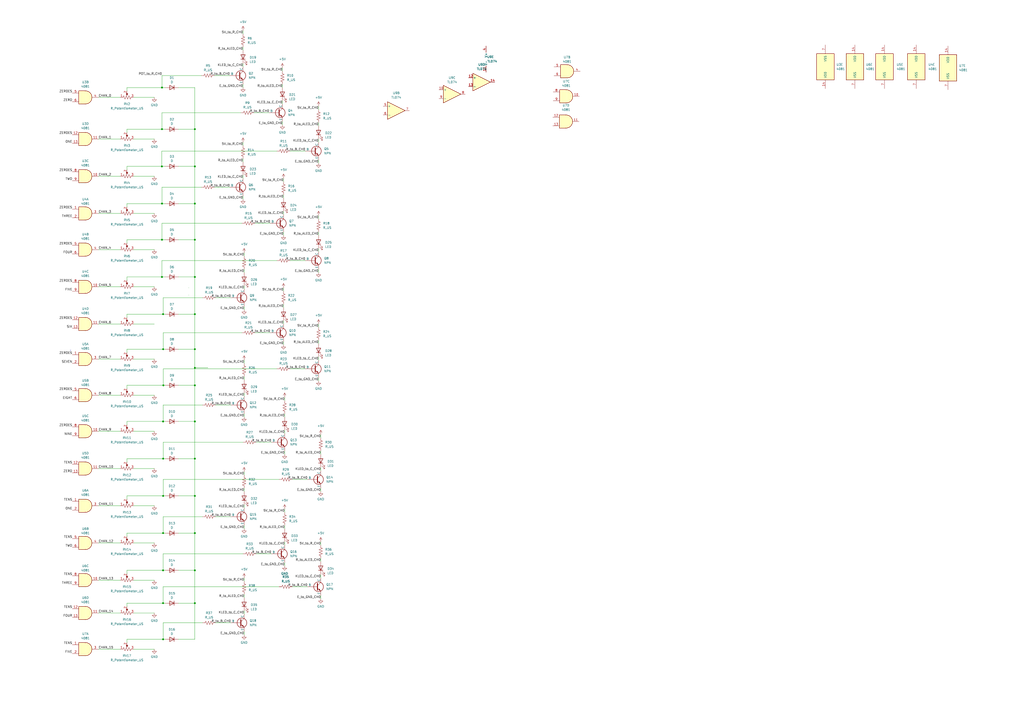
<source format=kicad_sch>
(kicad_sch (version 20230121) (generator eeschema)
  (paper "A2")
  (junction (at 93.98 50.8))
  (junction (at 94.615 309.245))
  (junction (at 94.615 182.245))
  (junction (at -291.6056 176.53))
  (junction (at 113.03 160.655))
  (junction (at 94.5933 330.835))
  (junction (at 113.03 202.565))
  (junction (at 113.03 309.245))
  (junction (at 93.9489 160.655))
  (junction (at 113.03 118.11))
  (junction (at -250.7116 181.61))
  (junction (at 113.03 223.52))
  (junction (at 113.03 349.885))
  (junction (at -377.19 193.04))
  (junction (at 113.03 96.52))
  (junction (at 113.03 287.655))
  (junction (at -368.3 175.26))
  (junction (at -200.025 161.925))
  (junction (at 93.9612 74.93))
  (junction (at -355.0596 193.04))
  (junction (at -250.7116 160.528))
  (junction (at 94.7603 223.52))
  (junction (at 113.03 244.475))
  (junction (at 93.98 118.11))
  (junction (at 93.9612 139.065))
  (junction (at 94.615 370.84))
  (junction (at 113.03 213.36))
  (junction (at -377.19 182.88))
  (junction (at 113.03 74.93))
  (junction (at -285.4047 176.53))
  (junction (at 94.6448 202.565))
  (junction (at 94.615 244.475))
  (junction (at 94.649 266.065))
  (junction (at 93.9055 96.52))
  (junction (at 113.03 139.065))
  (junction (at 94.5933 349.885))
  (junction (at 94.649 287.655))
  (junction (at 113.03 266.065))
  (junction (at 113.03 182.245))
  (junction (at 113.03 330.835))
  (junction (at -252.4896 186.69))
  (no_connect (at -282.2076 181.61))
  (no_connect (at -43.815 179.705))
  (no_connect (at -43.815 182.245))
  (no_connect (at -43.815 184.785))
  (no_connect (at -43.815 169.545))
  (no_connect (at -43.815 172.085))
  (no_connect (at -43.815 177.165))
  (no_connect (at -229.8836 185.42))
  (no_connect (at -274.0796 164.338))
  (no_connect (at -43.815 167.005))
  (no_connect (at -43.815 174.625))
  (wire (pts (xy 147.32 65.405) (xy 156.21 65.405)))
  (wire (pts (xy 165.1 249.555) (xy 165.1 251.46)))
  (wire (pts (xy 165.1 314.325) (xy 165.1 316.23)))
  (wire (pts (xy 93.9612 129.54) (xy 140.335 129.54)))
  (wire (pts (xy 77.47 123.825) (xy 89.535 123.825)))
  (wire (pts (xy 73.66 349.885) (xy 94.5933 349.885)))
  (wire (pts (xy -250.7116 181.61) (xy -233.6936 181.61)))
  (wire (pts (xy -396.494 181.356) (xy -396.494 175.26)))
  (wire (pts (xy 140.97 92.075) (xy 140.97 93.98)))
  (wire (pts (xy 73.66 98.425) (xy 73.66 96.52)))
  (wire (pts (xy -56.515 149.225) (xy -56.515 154.305)))
  (wire (pts (xy 109.474 171.1069) (xy 109.474 171.196)))
  (wire (pts (xy 94.649 266.065) (xy 95.885 266.065)))
  (wire (pts (xy -258.8396 160.528) (xy -250.7116 160.528)))
  (wire (pts (xy 148.59 256.54) (xy 157.48 256.54)))
  (wire (pts (xy 93.9055 87.63) (xy 93.9055 96.52)))
  (wire (pts (xy 113.03 118.11) (xy 113.03 139.065)))
  (wire (pts (xy 57.15 123.825) (xy 69.85 123.825)))
  (wire (pts (xy -236.4876 160.528) (xy -236.4876 186.69)))
  (wire (pts (xy -285.4047 176.53) (xy -282.2076 176.53)))
  (wire (pts (xy -146.685 149.225) (xy -146.685 154.305)))
  (wire (pts (xy 73.66 118.11) (xy 93.98 118.11)))
  (wire (pts (xy 186.055 283.21) (xy 186.055 285.115)))
  (wire (pts (xy 109.474 166.878) (xy 109.474 166.9754)))
  (wire (pts (xy 94.6448 193.04) (xy 140.335 193.04)))
  (wire (pts (xy 113.03 244.475) (xy 113.03 266.065)))
  (wire (pts (xy 73.66 120.015) (xy 73.66 118.11)))
  (wire (pts (xy -90.805 164.465) (xy -69.215 164.465)))
  (wire (pts (xy -200.025 161.925) (xy -195.58 161.925)))
  (wire (pts (xy 113.03 330.835) (xy 113.03 349.885)))
  (wire (pts (xy 141.605 177.8) (xy 141.605 179.705)))
  (wire (pts (xy 164.465 176.53) (xy 164.465 178.435)))
  (wire (pts (xy 77.47 208.28) (xy 89.535 208.28)))
  (wire (pts (xy 73.66 330.835) (xy 94.5933 330.835)))
  (wire (pts (xy 94.615 182.245) (xy 95.885 182.245)))
  (wire (pts (xy -146.685 197.485) (xy -146.685 201.295)))
  (wire (pts (xy 141.605 273.685) (xy 141.605 275.59)))
  (wire (pts (xy 94.615 361.315) (xy 94.615 370.84)))
  (wire (pts (xy 141.605 335.28) (xy 141.605 337.185)))
  (wire (pts (xy 184.785 71.12) (xy 184.785 73.025)))
  (wire (pts (xy -291.6056 164.338) (xy -281.6996 164.338)))
  (wire (pts (xy -282.2076 186.69) (xy -300.99 186.69)))
  (wire (pts (xy 165.1 326.39) (xy 165.1 328.295)))
  (wire (pts (xy 141.605 156.21) (xy 141.605 158.115)))
  (wire (pts (xy 103.505 160.655) (xy 113.03 160.655)))
  (wire (pts (xy -300.99 186.69) (xy -300.99 170.1987)))
  (wire (pts (xy 141.605 283.21) (xy 141.605 285.115)))
  (wire (pts (xy 141.605 292.735) (xy 141.605 294.64)))
  (wire (pts (xy 184.785 92.71) (xy 184.785 94.615)))
  (wire (pts (xy 113.03 266.065) (xy 113.03 287.655)))
  (wire (pts (xy 77.47 56.515) (xy 89.535 56.515)))
  (wire (pts (xy 169.545 278.13) (xy 178.435 278.13)))
  (wire (pts (xy -291.6056 176.53) (xy -291.6056 179.0032)))
  (wire (pts (xy 113.03 139.065) (xy 113.03 160.655)))
  (wire (pts (xy 73.66 225.425) (xy 73.66 223.52)))
  (wire (pts (xy 186.055 252.095) (xy 186.055 254)))
  (wire (pts (xy 103.505 96.52) (xy 113.03 96.52)))
  (wire (pts (xy 103.505 370.84) (xy 113.03 370.84)))
  (wire (pts (xy 113.03 309.245) (xy 113.03 330.835)))
  (wire (pts (xy 113.03 202.565) (xy 113.03 213.36)))
  (wire (pts (xy -200.025 169.545) (xy -200.025 172.085)))
  (wire (pts (xy 103.505 118.11) (xy 113.03 118.11)))
  (wire (pts (xy 94.7603 223.52) (xy 95.885 223.52)))
  (wire (pts (xy -285.4047 196.088) (xy -285.4047 176.53)))
  (wire (pts (xy 93.98 43.815) (xy 93.98 50.8)))
  (wire (pts (xy 93.9489 151.13) (xy 93.9489 160.655)))
  (wire (pts (xy -377.19 191.77) (xy -377.19 193.04)))
  (wire (pts (xy 184.785 80.645) (xy 184.785 82.55)))
  (wire (pts (xy 184.785 207.01) (xy 184.785 208.915)))
  (wire (pts (xy 113.03 182.245) (xy 113.03 202.565)))
  (wire (pts (xy -269.5076 169.418) (xy -269.5076 171.45)))
  (wire (pts (xy 169.545 340.36) (xy 178.435 340.36)))
  (wire (pts (xy 103.505 266.065) (xy 113.03 266.065)))
  (wire (pts (xy 94.5933 340.36) (xy 161.925 340.36)))
  (wire (pts (xy 125.095 234.95) (xy 133.985 234.95)))
  (polyline (pts (xy 40.64 203.2) (xy 41.148 203.2)))
  (wire (pts (xy 165.1 261.62) (xy 165.1 263.525)))
  (wire (pts (xy 140.97 48.895) (xy 140.97 50.8)))
  (wire (pts (xy 103.505 50.8) (xy 113.03 50.8)))
  (wire (pts (xy 93.98 50.8) (xy 95.885 50.8)))
  (wire (pts (xy 77.47 102.235) (xy 89.535 102.235)))
  (wire (pts (xy -277.8896 160.528) (xy -266.4596 160.528)))
  (wire (pts (xy 57.15 166.37) (xy 69.85 166.37)))
  (wire (pts (xy 117.475 361.315) (xy 94.615 361.315)))
  (wire (pts (xy 94.649 256.54) (xy 94.649 266.065)))
  (wire (pts (xy -241.3136 160.528) (xy -236.4876 160.528)))
  (wire (pts (xy 94.649 256.54) (xy 140.97 256.54)))
  (wire (pts (xy 77.47 355.6) (xy 89.535 355.6)))
  (wire (pts (xy 164.465 198.12) (xy 164.465 200.025)))
  (wire (pts (xy 103.505 309.245) (xy 113.03 309.245)))
  (wire (pts (xy 93.9612 129.54) (xy 93.9612 139.065)))
  (wire (pts (xy 93.9612 74.93) (xy 95.885 74.93)))
  (wire (pts (xy 116.84 43.815) (xy 93.98 43.815)))
  (wire (pts (xy 73.66 162.56) (xy 73.66 160.655)))
  (wire (pts (xy 94.5933 330.835) (xy 95.885 330.835)))
  (wire (pts (xy 113.03 160.655) (xy 113.03 182.245)))
  (wire (pts (xy 73.66 52.705) (xy 73.66 50.8)))
  (wire (pts (xy 186.055 333.375) (xy 186.055 335.28)))
  (wire (pts (xy 168.275 87.63) (xy 177.165 87.63)))
  (wire (pts (xy 77.47 314.96) (xy 89.535 314.96)))
  (wire (pts (xy 57.15 229.235) (xy 69.85 229.235)))
  (wire (pts (xy 57.15 144.78) (xy 69.85 144.78)))
  (wire (pts (xy 184.785 197.485) (xy 184.785 199.39)))
  (wire (pts (xy -291.6056 176.53) (xy -285.4047 176.53)))
  (wire (pts (xy 94.615 244.475) (xy 95.885 244.475)))
  (wire (pts (xy 113.03 349.885) (xy 113.03 370.84)))
  (wire (pts (xy 184.785 156.21) (xy 184.785 158.115)))
  (wire (pts (xy -368.3 182.88) (xy -377.19 182.88)))
  (wire (pts (xy 140.97 17.78) (xy 140.97 19.685)))
  (wire (pts (xy 73.66 332.74) (xy 73.66 330.835)))
  (wire (pts (xy 73.66 202.565) (xy 94.6448 202.565)))
  (wire (pts (xy 73.66 267.97) (xy 73.66 266.065)))
  (wire (pts (xy 124.46 108.585) (xy 133.35 108.585)))
  (wire (pts (xy -182.245 164.465) (xy -159.385 164.465)))
  (wire (pts (xy 73.66 266.065) (xy 94.649 266.065)))
  (wire (pts (xy 165.1 240.03) (xy 165.1 241.935)))
  (wire (pts (xy 103.505 287.655) (xy 113.03 287.655)))
  (wire (pts (xy 77.47 376.555) (xy 89.535 376.555)))
  (wire (pts (xy -252.4896 196.088) (xy -285.4047 196.088)))
  (wire (pts (xy -250.7116 181.61) (xy -256.8076 181.61)))
  (wire (pts (xy 141.605 344.805) (xy 141.605 346.71)))
  (wire (pts (xy 141.605 304.8) (xy 141.605 306.705)))
  (wire (pts (xy 77.47 144.78) (xy 89.535 144.78)))
  (wire (pts (xy 93.9612 139.065) (xy 95.885 139.065)))
  (wire (pts (xy 103.505 349.885) (xy 113.03 349.885)))
  (wire (pts (xy 125.095 172.72) (xy 133.985 172.72)))
  (wire (pts (xy 94.649 278.13) (xy 161.925 278.13)))
  (wire (pts (xy -291.6056 186.6232) (xy -291.6056 195.7751)))
  (wire (pts (xy 140.97 82.55) (xy 140.97 84.455)))
  (wire (pts (xy 148.59 321.31) (xy 157.48 321.31)))
  (wire (pts (xy 73.66 160.655) (xy 93.9489 160.655)))
  (wire (pts (xy 57.15 80.645) (xy 69.85 80.645)))
  (wire (pts (xy 94.649 287.655) (xy 95.885 287.655)))
  (wire (pts (xy 103.505 223.52) (xy 113.03 223.52)))
  (wire (pts (xy 77.47 166.37) (xy 89.535 166.37)))
  (wire (pts (xy -252.4896 186.69) (xy -252.4896 196.088)))
  (wire (pts (xy 186.055 345.44) (xy 186.055 347.345)))
  (wire (pts (xy 94.615 234.95) (xy 94.615 244.475)))
  (wire (pts (xy 184.785 144.145) (xy 184.785 146.05)))
  (wire (pts (xy 94.5933 340.36) (xy 94.5933 349.885)))
  (wire (pts (xy 184.785 61.595) (xy 184.785 63.5)))
  (wire (pts (xy -229.8836 175.0822) (xy -229.8836 177.8)))
  (wire (pts (xy 94.649 278.13) (xy 94.649 287.655)))
  (wire (pts (xy 73.66 204.47) (xy 73.66 202.565)))
  (wire (pts (xy 140.97 36.83) (xy 140.97 38.735)))
  (wire (pts (xy 77.47 250.19) (xy 89.535 250.19)))
  (wire (pts (xy 125.095 361.315) (xy 133.985 361.315)))
  (wire (pts (xy 94.6448 202.565) (xy 95.885 202.565)))
  (wire (pts (xy 73.66 74.93) (xy 93.9612 74.93)))
  (wire (pts (xy 73.66 372.745) (xy 73.66 370.84)))
  (wire (pts (xy -291.6056 176.53) (xy -291.6056 164.338)))
  (wire (pts (xy 77.47 229.235) (xy 89.535 229.235)))
  (wire (pts (xy 186.055 261.62) (xy 186.055 263.525)))
  (wire (pts (xy -396.494 193.04) (xy -396.494 183.896)))
  (wire (pts (xy 77.47 271.78) (xy 89.535 271.78)))
  (wire (pts (xy -229.8836 160.528) (xy -229.8836 167.4622)))
  (wire (pts (xy -353.06 171.0394) (xy -353.06 175.1709)))
  (wire (pts (xy 93.9489 160.655) (xy 95.885 160.655)))
  (wire (pts (xy 57.15 376.555) (xy 69.85 376.555)))
  (wire (pts (xy 113.03 287.655) (xy 113.03 309.245)))
  (wire (pts (xy 168.275 151.13) (xy 177.165 151.13)))
  (wire (pts (xy 73.66 140.97) (xy 73.66 139.065)))
  (wire (pts (xy -250.7116 160.528) (xy -250.7116 181.61)))
  (wire (pts (xy 77.47 293.37) (xy 89.535 293.37)))
  (wire (pts (xy -256.8076 186.69) (xy -252.4896 186.69)))
  (wire (pts (xy 103.505 182.245) (xy 113.03 182.245)))
  (wire (pts (xy 141.605 208.915) (xy 141.605 210.82)))
  (wire (pts (xy 77.47 80.645) (xy 89.535 80.645)))
  (wire (pts (xy 113.03 96.52) (xy 113.03 118.11)))
  (wire (pts (xy 73.66 184.15) (xy 73.66 182.245)))
  (wire (pts (xy 93.9055 96.52) (xy 95.885 96.52)))
  (wire (pts (xy 57.15 271.78) (xy 69.85 271.78)))
  (wire (pts (xy 184.785 134.62) (xy 184.785 136.525)))
  (wire (pts (xy 113.03 223.52) (xy 113.03 244.475)))
  (wire (pts (xy 57.15 293.37) (xy 69.85 293.37)))
  (wire (pts (xy 164.465 134.62) (xy 164.465 136.525)))
  (wire (pts (xy 124.46 43.815) (xy 133.35 43.815)))
  (wire (pts (xy 168.275 213.995) (xy 177.165 213.995)))
  (wire (pts (xy 94.615 370.84) (xy 95.885 370.84)))
  (wire (pts (xy 141.605 218.44) (xy 141.605 220.345)))
  (wire (pts (xy 73.66 139.065) (xy 93.9612 139.065)))
  (wire (pts (xy 93.9612 65.405) (xy 139.7 65.405)))
  (wire (pts (xy 73.66 289.56) (xy 73.66 287.655)))
  (wire (pts (xy 57.15 355.6) (xy 69.85 355.6)))
  (wire (pts (xy 147.955 193.04) (xy 156.845 193.04)))
  (wire (pts (xy 141.605 227.965) (xy 141.605 229.87)))
  (wire (pts (xy 140.97 101.6) (xy 140.97 103.505)))
  (wire (pts (xy 165.1 230.505) (xy 165.1 232.41)))
  (wire (pts (xy 77.47 336.55) (xy 89.535 336.55)))
  (wire (pts (xy 73.66 311.15) (xy 73.66 309.245)))
  (wire (pts (xy 73.66 351.79) (xy 73.66 349.885)))
  (wire (pts (xy -396.494 175.26) (xy -382.27 175.26)))
  (wire (pts (xy 186.055 323.85) (xy 186.055 325.755)))
  (wire (pts (xy 94.615 299.72) (xy 94.615 309.245)))
  (wire (pts (xy 184.785 219.075) (xy 184.785 220.98)))
  (wire (pts (xy 103.505 74.93) (xy 113.03 74.93)))
  (wire (pts (xy 163.83 70.485) (xy 163.83 72.39)))
  (wire (pts (xy 116.84 108.585) (xy 93.98 108.585)))
  (wire (pts (xy 164.465 186.055) (xy 164.465 187.96)))
  (wire (pts (xy 93.98 118.11) (xy 95.885 118.11)))
  (wire (pts (xy 113.03 74.93) (xy 113.03 96.52)))
  (wire (pts (xy 113.03 213.36) (xy 113.03 223.52)))
  (wire (pts (xy 73.66 287.655) (xy 94.649 287.655)))
  (wire (pts (xy 94.7603 213.995) (xy 94.7603 223.52)))
  (wire (pts (xy 93.9489 151.13) (xy 160.655 151.13)))
  (wire (pts (xy -372.11 175.26) (xy -368.3 175.26)))
  (wire (pts (xy 93.98 108.585) (xy 93.98 118.11)))
  (wire (pts (xy -381 193.04) (xy -377.19 193.04)))
  (wire (pts (xy 57.15 314.96) (xy 69.85 314.96)))
  (wire (pts (xy 147.955 129.54) (xy 156.845 129.54)))
  (wire (pts (xy 77.47 187.96) (xy 89.535 187.96)))
  (wire (pts (xy 57.15 250.19) (xy 69.85 250.19)))
  (wire (pts (xy 186.055 314.325) (xy 186.055 316.23)))
  (wire (pts (xy 93.9055 87.63) (xy 160.655 87.63)))
  (wire (pts (xy 141.605 165.735) (xy 141.605 167.64)))
  (wire (pts (xy 73.66 50.8) (xy 93.98 50.8)))
  (wire (pts (xy 184.785 125.095) (xy 184.785 127)))
  (wire (pts (xy 103.505 330.835) (xy 113.03 330.835)))
  (wire (pts (xy 140.97 27.305) (xy 140.97 29.21)))
  (wire (pts (xy 73.66 223.52) (xy 94.7603 223.52)))
  (wire (pts (xy 103.505 202.565) (xy 113.03 202.565)))
  (wire (pts (xy 73.66 182.245) (xy 94.615 182.245)))
  (wire (pts (xy 186.055 271.145) (xy 186.055 273.05)))
  (wire (pts (xy 73.66 246.38) (xy 73.66 244.475)))
  (wire (pts (xy 117.475 234.95) (xy 94.615 234.95)))
  (wire (pts (xy 94.7603 213.995) (xy 160.655 213.995)))
  (wire (pts (xy 117.475 172.72) (xy 94.615 172.72)))
  (wire (pts (xy 125.095 299.72) (xy 133.985 299.72)))
  (wire (pts (xy 140.97 113.665) (xy 140.97 115.57)))
  (wire (pts (xy 163.83 48.895) (xy 163.83 50.8)))
  (wire (pts (xy 164.465 122.555) (xy 164.465 124.46)))
  (wire (pts (xy 93.9612 65.405) (xy 93.9612 74.93)))
  (wire (pts (xy -377.19 184.15) (xy -377.19 182.88)))
  (wire (pts (xy 73.66 244.475) (xy 94.615 244.475)))
  (wire (pts (xy -355.0596 193.04) (xy -352.8123 193.04)))
  (wire (pts (xy 94.5933 321.31) (xy 140.97 321.31)))
  (wire (pts (xy 117.475 299.72) (xy 94.615 299.72)))
  (wire (pts (xy 57.15 336.55) (xy 69.85 336.55)))
  (wire (pts (xy 94.6448 193.04) (xy 94.6448 202.565)))
  (wire (pts (xy 57.15 56.515) (xy 69.85 56.515)))
  (wire (pts (xy 141.605 354.33) (xy 141.605 356.235)))
  (wire (pts (xy 103.505 139.065) (xy 113.03 139.065)))
  (wire (pts (xy 113.03 50.8) (xy 113.03 74.93)))
  (wire (pts (xy -388.62 193.04) (xy -396.494 193.04)))
  (wire (pts (xy 164.465 113.03) (xy 164.465 114.935)))
  (wire (pts (xy -187.96 161.925) (xy -159.385 161.925)))
  (wire (pts (xy 165.1 304.8) (xy 165.1 306.705)))
  (wire (pts (xy 73.66 309.245) (xy 94.615 309.245)))
  (wire (pts (xy 94.615 172.72) (xy 94.615 182.245)))
  (wire (pts (xy -204.47 161.925) (xy -200.025 161.925)))
  (wire (pts (xy -56.515 197.485) (xy -56.515 201.295)))
  (wire (pts (xy 141.605 146.685) (xy 141.605 148.59)))
  (wire (pts (xy 163.83 39.37) (xy 163.83 41.275)))
  (wire (pts (xy 141.605 366.395) (xy 141.605 368.3)))
  (wire (pts (xy 57.15 208.28) (xy 69.85 208.28)))
  (wire (pts (xy 103.505 244.475) (xy 113.03 244.475)))
  (wire (pts (xy 73.66 96.52) (xy 93.9055 96.52)))
  (wire (pts (xy 141.605 240.03) (xy 141.605 241.935)))
  (wire (pts (xy -377.19 193.04) (xy -355.0596 193.04)))
  (wire (pts (xy -236.4876 186.69) (xy -252.4896 186.69)))
  (wire (pts (xy 94.5933 349.885) (xy 95.885 349.885)))
  (wire (pts (xy 57.15 187.96) (xy 69.85 187.96)))
  (wire (pts (xy -250.7116 160.528) (xy -248.9336 160.528)))
  (wire (pts (xy 73.66 76.835) (xy 73.66 74.93)))
  (wire (pts (xy 164.465 167.005) (xy 164.465 168.91)))
  (wire (pts (xy 165.1 295.275) (xy 165.1 297.18)))
  (wire (pts (xy -368.3 175.26) (xy -353.06 175.26)))
  (wire (pts (xy 164.465 103.505) (xy 164.465 105.41)))
  (wire (pts (xy 94.5933 321.31) (xy 94.5933 330.835)))
  (wire (pts (xy 94.615 309.245) (xy 95.885 309.245)))
  (wire (pts (xy 184.785 187.96) (xy 184.785 189.865)))
  (wire (pts (xy 113.03 213.36) (xy 120.65 213.36)))
  (wire (pts (xy 73.66 370.84) (xy 94.615 370.84)))
  (wire (pts (xy 57.15 102.235) (xy 69.85 102.235)))
  (wire (pts (xy 163.83 58.42) (xy 163.83 60.325)))
  (text "Reverse Polarity Protection" (at -421.3923 139.7 0) (effects (font (size 5.08 5.08) (thickness 1.016) bold italic) (justify left bottom)))
  (text "CASCADE COUNTERS" (at -134.62 122.555 0) (effects (font (size 5.08 5.08) italic) (justify left bottom)))
  (text "P-Channel Mosfet\nIn narcise the mosfet used was IRF9540" (at -416.3123 151.13 0) (effects (font (size 1.27 1.27)) (justify left bottom)))
  (text "DECADES" (at -78.105 149.225 0) (effects (font (size 2.54 2.54)) (justify left bottom)))
  (text "UNITS" (at -172.085 145.415 0) (effects (font (size 2.54 2.54)) (justify left bottom)))
  (label "5V_to_R_CH0" (at 165.1 297.18 180))
  (label "R_to_ALED_CH0" (at 186.055 325.755 180))
  (label "FOUR" (at 41.91 147.32 180))
  (label "TENS" (at 41.91 269.24 180))
  (label "CHAN_14" (at 57.15 355.6 0))
  (label "KLED_to_C_CH0" (at 165.1 251.46 180))
  (label "E_to_GND_CH0" (at 140.97 50.8 180))
  (label "CLK" (at -256.8076 176.53 0))
  (label "ZERO" (at 41.91 59.055 180))
  (label "KLED_to_C_CH0" (at 164.465 187.96 180))
  (label "CHAN_2" (at 57.15 102.235 0))
  (label "CHAN_10" (at 57.15 271.78 0))
  (label "KLED_to_C_CH0" (at 140.97 38.735 180))
  (label "KLED_to_C_CH0" (at 184.785 82.55 180))
  (label "R_to_ALED_CH0" (at 141.605 220.345 180))
  (label "R_to_ALED_CH0" (at 165.1 241.935 180))
  (label "KLED_to_C_CH0" (at 184.785 146.05 180))
  (label "KLED_to_C_CH0" (at 165.1 316.23 180))
  (label "PowerIn-" (at -396.494 183.896 0))
  (label "ZERO" (at -133.985 161.925 0))
  (label "R_to_B_CH0" (at 133.985 361.315 180))
  (label "TENS" (at 41.91 290.83 180))
  (label "CHAN_11" (at 57.15 293.37 0))
  (label "5V_to_R_CH0" (at 140.97 19.685 180))
  (label "R_to_B_CH0" (at 157.48 256.54 180))
  (label "CHAN_0" (at 57.15 56.515 0))
  (label "E_to_GND_CH0" (at 165.1 328.295 180))
  (label "R_to_ALED_CH0" (at 184.785 73.025 180))
  (label "TENS" (at 41.91 374.015 180))
  (label "E_to_GND_CH0" (at 140.97 115.57 180))
  (label "SEVEN" (at 41.91 210.82 180))
  (label "5V_to_R_CH0" (at 141.605 337.185 180))
  (label "5V_to_R_CH0" (at 186.055 254 180))
  (label "EIGHT" (at 41.91 231.775 180))
  (label "CHAN_15" (at 57.15 376.555 0))
  (label "FIVE" (at 41.91 379.095 180))
  (label "5V_to_R_CH0" (at 184.785 63.5 180))
  (label "CHAN_6" (at 57.15 187.96 0))
  (label "CHAN_4" (at 57.15 144.78 0))
  (label "SIX" (at -102.235 141.605 180))
  (label "KLED_to_C_CH0" (at 141.605 167.64 180))
  (label "NINE" (at 41.91 252.73 180))
  (label "R_to_B_CH0" (at 178.435 278.13 180))
  (label "R_to_B_CH0" (at 177.165 151.13 180))
  (label "SIX" (at -133.985 177.165 0))
  (label "PowerIn+" (at -396.494 181.356 0))
  (label "R_to_ALED_CH0" (at 164.465 178.435 180))
  (label "5V_to_R_CH0" (at 164.465 168.91 180))
  (label "ZERO" (at -69.215 161.925 180))
  (label "RESET_COUNTERS" (at -86.995 139.065 0))
  (label "ONE" (at -133.985 164.465 0))
  (label "R_to_ALED_CH0" (at 140.97 29.21 180))
  (label "THREE" (at 41.91 126.365 180))
  (label "R_to_B_CH0" (at 133.985 234.95 180))
  (label "5V_to_R_CH0" (at 141.605 275.59 180))
  (label "CHAN_13" (at 57.15 336.55 0))
  (label "E_to_GND_CH0" (at 184.785 94.615 180))
  (label "TENS" (at -43.815 164.465 0))
  (label "ZEROES" (at 41.91 226.695 180))
  (label "E_to_GND_CH0" (at 141.605 241.935 180))
  (label "POT_to_R_CH0" (at 93.9943 43.815 180))
  (label "5V_to_R_CH0" (at 163.83 41.275 180))
  (label "ONE" (at 41.91 83.185 180))
  (label "TWO" (at 41.91 104.775 180))
  (label "CHAN_9" (at 57.15 250.19 0))
  (label "R_to_ALED_CH0" (at 165.1 306.705 180))
  (label "FOUR" (at 41.91 358.14 180))
  (label "R_to_B_CH0" (at 156.845 129.54 180))
  (label "TENS" (at 41.91 334.01 180))
  (label "KLED_to_C_CH0" (at 163.83 60.325 180))
  (label "ONE" (at 41.91 295.91 180))
  (label "RESET_COUNTERS" (at -159.385 169.545 180))
  (label "5V_to_R_CH0" (at 184.785 189.865 180))
  (label "R_to_ALED_CH0" (at 184.785 136.525 180))
  (label "SIX" (at 41.91 190.5 180))
  (label "FOUR" (at -133.985 172.085 0))
  (label "R_to_ALED_CH0" (at 186.055 263.525 180))
  (label "TWO" (at 41.91 317.5 180))
  (label "R_to_ALED_CH0" (at 164.465 114.935 180))
  (label "ZEROES" (at 41.91 163.83 180))
  (label "R_to_B_CH0" (at 177.165 213.995 180))
  (label "R_to_ALED_CH0" (at 140.97 93.98 180))
  (label "CHAN_12" (at 57.15 314.96 0))
  (label "5V_to_R_CH0" (at 184.785 127 180))
  (label "THREE" (at 41.91 339.09 180))
  (label "THREE" (at -133.985 169.545 0))
  (label "TENS" (at 41.91 353.06 180))
  (label "ZEROES" (at 41.91 53.975 180))
  (label "E_to_GND_CH0" (at 184.785 220.98 180))
  (label "ZEROES" (at 41.91 121.285 180))
  (label "R_to_ALED_CH0" (at 141.605 346.71 180))
  (label "SEVEN" (at -133.985 179.705 0))
  (label "CHAN_5" (at 57.15 166.37 0))
  (label "TENS" (at 41.91 312.42 180))
  (label "5V_to_R_CH0" (at 165.1 232.41 180))
  (label "5V_to_R_CH0" (at 140.97 84.455 180))
  (label "KLED_to_C_CH0" (at 184.785 208.915 180))
  (label "ZEROES" (at 41.91 78.105 180))
  (label "R_to_B_CH0" (at 133.35 108.585 180))
  (label "R_to_B_CH0" (at 157.48 321.31 180))
  (label "EIGHT" (at -133.985 182.245 0))
  (label "R_to_B_CH0" (at 177.165 87.63 180))
  (label "CHAN_8" (at 57.15 229.235 0))
  (label "CHAN_7" (at 57.15 208.28 0))
  (label "R_to_B_CH0" (at 156.21 65.405 180))
  (label "ZERO" (at 41.91 274.32 180))
  (label "KLED_to_C_CH0" (at 141.605 229.87 180))
  (label "KLED_to_C_CH0" (at 164.465 124.46 180))
  (label "CHAN_1" (at 57.15 80.645 0))
  (label "ZEROES" (at 41.91 205.74 180))
  (label "R_to_ALED_CH0" (at 141.605 285.115 180))
  (label "ZEROES" (at -43.815 161.925 0))
  (label "TWO" (at -133.985 167.005 0))
  (label "KLED_to_C_CH0" (at 140.97 103.505 180))
  (label "R_to_B_CH0" (at 178.435 340.36 180))
  (label "5V_to_R_CH0" (at 141.605 210.82 180))
  (label "E_to_GND_CH0" (at 186.055 285.115 180))
  (label "R_to_B_CH0" (at 133.985 172.72 180))
  (label "ZEROES" (at 41.91 99.695 180))
  (label "CHAN_3" (at 57.15 123.825 0))
  (label "R_to_B_CH0" (at 133.985 299.72 180))
  (label "R_to_B_CH0" (at 133.35 43.815 180))
  (label "KLED_to_C_CH0" (at 186.055 335.28 180))
  (label "E_to_GND_CH0" (at 141.605 306.705 180))
  (label "ZEROES" (at 41.91 247.65 180))
  (label "R_to_ALED_CH0" (at 163.83 50.8 180))
  (label "R_to_B_CH0" (at 156.845 193.04 180))
  (label "E_to_GND_CH0" (at 165.1 263.525 180))
  (label "NINE" (at -133.985 184.785 0))
  (label "E_to_GND_CH0" (at 186.055 347.345 180))
  (label "5V_to_R_CH0" (at 164.465 105.41 180))
  (label "5V_to_R_CH0" (at 186.055 316.23 180))
  (label "5V_to_R_CH0" (at 141.605 148.59 180))
  (label "KLED_to_C_CH0" (at 186.055 273.05 180))
  (label "E_to_GND_CH0" (at 184.785 158.115 180))
  (label "E_to_GND_CH0" (at 164.465 136.525 180))
  (label "E_to_GND_CH0" (at 164.465 200.025 180))
  (label "ZEROES" (at 41.91 142.24 180))
  (label "TENS" (at -102.235 136.525 180))
  (label "RESET_COUNTERS" (at -69.215 169.545 180))
  (label "E_to_GND_CH0" (at 163.83 72.39 180))
  (label "E_to_GND_CH0" (at 141.605 368.3 180))
  (label "R_to_ALED_CH0" (at 141.605 158.115 180))
  (label "CLK" (at -204.47 161.925 180))
  (label "KLED_to_C_CH0" (at 141.605 294.64 180))
  (label "KLED_to_C_CH0" (at 141.605 356.235 180))
  (label "FIVE" (at -133.985 174.625 0))
  (label "FIVE" (at 41.91 168.91 180))
  (label "E_to_GND_CH0" (at 141.605 179.705 180))
  (label "R_to_ALED_CH0" (at 184.785 199.39 180))
  (label "ZEROES" (at 41.91 185.42 180))
  (symbol (lib_id "Device:LED") (at 164.465 182.245 90) (unit 1)
    (property "Reference" "D27" (at 168.275 182.5625 90) (effects (justify right)))
    (property "Value" "LED" (at 168.275 185.1025 90) (effects (justify right)))
  )
  (symbol (lib_id "power:GND") (at -269.5076 191.77 0) (unit 1)
    (property "Reference" "#PWR010" (effects hide))
    (property "Value" "GND" (at -265.9516 193.802 0))
  )
  (symbol (lib_id "power:+12V") (at -229.8836 160.528 0) (unit 1)
    (property "Reference" "#PWR012" (effects hide))
    (property "Value" "+12V" (at -229.8836 155.194 0))
  )
  (symbol (lib_id "power:GND") (at -90.805 164.465 0) (unit 1)
    (property "Reference" "#PWR06" (effects hide))
    (property "Value" "GND" (at -90.805 169.545 0))
  )
  (symbol (lib_id "Device:R_Potentiometer") (at -277.8896 164.338 270) (mirror x) (unit 1)
    (property "Reference" "RV2" (at -276.6195 166.37 0) (effects (justify right)))
    (property "Value" "R_Potentiometer" (effects hide))
    (property "Footprint" "Potentiometer_THT:Potentiometer_Bourns_3296W_Vertical" (effects hide))
  )
  (symbol (lib_id "4xxx:4081") (at -94.615 139.065 0) (unit 1)
    (property "Reference" "U3" (at -94.6233 139.7 0))
    (property "Value" "4081" (at -94.6233 142.24 0))
    (property "Datasheet" "http://www.intersil.com/content/dam/Intersil/documents/cd40/cd4073bms-81bms-82bms.pdf" (effects hide))
  )
  (symbol (lib_id "Device:R_US") (at 144.145 129.54 90) (unit 1)
    (property "Reference" "R15" (at 144.145 123.825 90))
    (property "Value" "R_US" (at 144.145 126.365 90))
  )
  (symbol (lib_id "Device:R_US") (at 144.78 321.31 90) (unit 1)
    (property "Reference" "R33" (at 144.78 315.595 90))
    (property "Value" "R_US" (at 144.78 318.135 90))
  )
  (symbol (lib_id "Simulation_SPICE:NPN") (at 139.065 299.72 0) (unit 1)
    (property "Reference" "Q15" (at 144.78 298.45 0) (effects (justify left)))
    (property "Value" "NPN" (at 144.78 300.99 0) (effects (justify left)))
    (property "Sim.Device" "NPN" (effects hide))
    (property "Sim.Type" "GUMMELPOON" (effects hide))
    (property "Sim.Pins" "1=C 2=B 3=E" (effects hide))
  )
  (symbol (lib_id "Device:D") (at 99.695 349.885 180) (unit 1)
    (property "Reference" "D15" (at 99.695 344.17 0))
    (property "Value" "D" (at 99.695 346.71 0))
    (property "Sim.Device" "D" (effects hide))
    (property "Sim.Pins" "1=K 2=A" (effects hide))
  )
  (symbol (lib_id "Device:R_US") (at 164.465 172.72 180) (unit 1)
    (property "Reference" "R22" (at 167.005 171.45 0) (effects (justify right)))
    (property "Value" "R_US" (at 167.005 173.99 0) (effects (justify right)))
  )
  (symbol (lib_id "Device:R_US") (at 164.465 213.995 90) (unit 1)
    (property "Reference" "R23" (at 164.465 208.28 90))
    (property "Value" "R_US" (at 164.465 210.82 90))
  )
  (symbol (lib_id "power:GND") (at -146.685 201.295 0) (unit 1)
    (property "Reference" "#PWR03" (effects hide))
    (property "Value" "GND" (at -146.685 206.375 0))
  )
  (symbol (lib_id "power:+5V") (at 141.605 146.685 0) (unit 1)
    (property "Reference" "#PWR041" (effects hide))
    (property "Value" "+5V" (at 141.605 141.605 0))
  )
  (symbol (lib_id "Device:R_Potentiometer_US") (at 73.66 271.78 90) (unit 1)
    (property "Reference" "RV12" (at 73.66 275.59 90))
    (property "Value" "R_Potentiometer_US" (at 73.66 278.13 90))
  )
  (symbol (lib_id "power:GND") (at 163.83 72.39 0) (unit 1)
    (property "Reference" "#PWR032" (effects hide))
    (property "Value" "GND" (at 163.83 76.835 0))
  )
  (symbol (lib_id "Device:R") (at -377.19 187.96 0) (unit 1)
    (property "Reference" "R7" (at -382.4478 187.96 90))
    (property "Value" "100K" (at -380.1364 187.96 90))
    (property "Footprint" "Resistor_THT:R_Axial_DIN0207_L6.3mm_D2.5mm_P10.16mm_Horizontal" (effects hide))
  )
  (symbol (lib_id "Device:R_US") (at 141.605 340.995 180) (unit 1)
    (property "Reference" "R38" (at 144.145 339.725 0) (effects (justify right)))
    (property "Value" "R_US" (at 144.145 342.265 0) (effects (justify right)))
  )
  (symbol (lib_id "power:+5V") (at 165.1 295.275 0) (unit 1)
    (property "Reference" "#PWR055" (effects hide))
    (property "Value" "+5V" (at 165.1 290.195 0))
  )
  (symbol (lib_id "Device:LED") (at 141.605 161.925 90) (unit 1)
    (property "Reference" "D26" (at 145.415 162.2425 90) (effects (justify right)))
    (property "Value" "LED" (at 145.415 164.7825 90) (effects (justify right)))
  )
  (symbol (lib_id "Amplifier_Operational:TL074") (at 262.255 54.61 0) (unit 3)
    (property "Reference" "U9" (at 262.255 45.085 0))
    (property "Value" "TL074" (at 262.255 47.625 0))
    (property "Datasheet" "http://www.ti.com/lit/ds/symlink/tl071.pdf" (effects hide))
  )
  (symbol (lib_id "Device:R_US") (at 186.055 257.81 180) (unit 1)
    (property "Reference" "R30" (at 188.595 256.54 0) (effects (justify right)))
    (property "Value" "R_US" (at 188.595 259.08 0) (effects (justify right)))
  )
  (symbol (lib_id "power:GND") (at -200.025 172.085 0) (unit 1)
    (property "Reference" "#PWR024" (effects hide))
    (property "Value" "GND" (at -200.025 177.165 0))
  )
  (symbol (lib_id "Device:R_Potentiometer_US") (at 73.66 166.37 90) (unit 1)
    (property "Reference" "RV7" (at 73.66 170.18 90))
    (property "Value" "R_Potentiometer_US" (at 73.66 172.72 90))
  )
  (symbol (lib_id "power:GND") (at -352.8123 193.04 0) (unit 1)
    (property "Reference" "#PWR0102" (effects hide))
    (property "Value" "GND" (at -352.8123 197.8152 0))
  )
  (symbol (lib_id "4xxx:4081") (at 513.08 38.735 0) (unit 5)
    (property "Reference" "U5" (at 520.065 37.465 0) (effects (justify left)))
    (property "Value" "4081" (at 520.065 40.005 0) (effects (justify left)))
    (property "Datasheet" "http://www.intersil.com/content/dam/Intersil/documents/cd40/cd4073bms-81bms-82bms.pdf" (effects hide))
  )
  (symbol (lib_id "power:+5V") (at 164.465 103.505 0) (unit 1)
    (property "Reference" "#PWR037" (effects hide))
    (property "Value" "+5V" (at 164.465 98.425 0))
  )
  (symbol (lib_id "power:+5V") (at -146.685 149.225 0) (unit 1)
    (property "Reference" "#PWR01" (effects hide))
    (property "Value" "+5V" (at -146.685 144.145 0))
  )
  (symbol (lib_id "Device:R_US") (at 121.285 234.95 90) (unit 1)
    (property "Reference" "R25" (at 121.285 229.235 90))
    (property "Value" "R_US" (at 121.285 231.775 90))
  )
  (symbol (lib_id "power:GND") (at 141.605 368.3 0) (unit 1)
    (property "Reference" "#PWR060" (effects hide))
    (property "Value" "GND" (at 141.605 372.745 0))
  )
  (symbol (lib_id "Device:R_Potentiometer_US") (at 73.66 336.55 90) (unit 1)
    (property "Reference" "RV15" (at 73.66 340.36 90))
    (property "Value" "R_Potentiometer_US" (at 73.66 342.9 90))
  )
  (symbol (lib_id "Device:R_Potentiometer_US") (at 73.66 102.235 90) (unit 1)
    (property "Reference" "RV4" (at 73.66 106.045 90))
    (property "Value" "R_Potentiometer_US" (at 73.66 108.585 90))
  )
  (symbol (lib_id "Device:R_US") (at 165.735 278.13 90) (unit 1)
    (property "Reference" "R29" (at 165.735 272.415 90))
    (property "Value" "R_US" (at 165.735 274.955 90))
  )
  (symbol (lib_id "Device:LED") (at 186.055 329.565 90) (unit 1)
    (property "Reference" "D34" (at 189.865 329.8825 90) (effects (justify right)))
    (property "Value" "LED" (at 189.865 332.4225 90) (effects (justify right)))
  )
  (symbol (lib_id "power:GND") (at 184.785 220.98 0) (unit 1)
    (property "Reference" "#PWR046" (effects hide))
    (property "Value" "GND" (at 184.785 225.425 0))
  )
  (symbol (lib_id "power:GND") (at 89.535 250.19 0) (unit 1)
    (property "Reference" "#PWR016" (effects hide))
    (property "Value" "GND" (at 89.535 254.635 0))
  )
  (symbol (lib_id "Device:R_Potentiometer_US") (at 73.66 229.235 90) (unit 1)
    (property "Reference" "RV10" (at 73.66 233.045 90))
    (property "Value" "R_Potentiometer_US" (at 73.66 235.585 90))
  )
  (symbol (lib_id "power:GND") (at 186.055 347.345 0) (unit 1)
    (property "Reference" "#PWR058" (effects hide))
    (property "Value" "GND" (at 186.055 351.79 0))
  )
  (symbol (lib_id "4xxx:4081") (at 49.53 355.6 0) (unit 4)
    (property "Reference" "U6" (at 49.5217 346.71 0))
    (property "Value" "4081" (at 49.5217 349.25 0))
    (property "Datasheet" "http://www.intersil.com/content/dam/Intersil/documents/cd40/cd4073bms-81bms-82bms.pdf" (effects hide))
  )
  (symbol (lib_id "Simulation_SPICE:NPN") (at 182.245 151.13 0) (unit 1)
    (property "Reference" "Q8" (at 187.96 149.86 0) (effects (justify left)))
    (property "Value" "NPN" (at 187.96 152.4 0) (effects (justify left)))
    (property "Sim.Device" "NPN" (effects hide))
    (property "Sim.Type" "GUMMELPOON" (effects hide))
    (property "Sim.Pins" "1=C 2=B 3=E" (effects hide))
  )
  (symbol (lib_id "Device:D_Schottky") (at -368.3 179.07 270) (unit 1)
    (property "Reference" "D7" (at -373.8118 179.07 0))
    (property "Value" "D_Zener-10V" (at -371.5004 179.07 0))
    (property "Footprint" "Diode_THT:D_DO-35_SOD27_P7.62mm_Horizontal" (effects hide))
  )
  (symbol (lib_id "power:GND") (at -182.245 164.465 0) (unit 1)
    (property "Reference" "#PWR05" (effects hide))
    (property "Value" "GND" (at -182.245 169.545 0))
  )
  (symbol (lib_id "Device:R_US") (at 165.735 340.36 90) (unit 1)
    (property "Reference" "R35" (at 165.735 334.645 90))
    (property "Value" "R_US" (at 165.735 337.185 90))
  )
  (symbol (lib_id "4xxx:4081") (at 531.495 38.735 0) (unit 5)
    (property "Reference" "U4" (at 538.48 37.465 0) (effects (justify left)))
    (property "Value" "4081" (at 538.48 40.005 0) (effects (justify left)))
    (property "Datasheet" "http://www.intersil.com/content/dam/Intersil/documents/cd40/cd4073bms-81bms-82bms.pdf" (effects hide))
  )
  (symbol (lib_id "Device:R_US") (at 140.97 88.265 180) (unit 1)
    (property "Reference" "R14" (at 143.51 86.995 0) (effects (justify right)))
    (property "Value" "R_US" (at 143.51 89.535 0) (effects (justify right)))
  )
  (symbol (lib_id "Device:R_Potentiometer_US") (at 73.66 144.78 90) (unit 1)
    (property "Reference" "RV6" (at 73.66 148.59 90))
    (property "Value" "R_Potentiometer_US" (at 73.66 151.13 90))
  )
  (symbol (lib_id "power:+5V") (at 184.785 125.095 0) (unit 1)
    (property "Reference" "#PWR039" (effects hide))
    (property "Value" "+5V" (at 184.785 120.015 0))
  )
  (symbol (lib_id "power:+5V") (at 184.785 187.96 0) (unit 1)
    (property "Reference" "#PWR045" (effects hide))
    (property "Value" "+5V" (at 184.785 182.88 0))
  )
  (symbol (lib_id "power:GND") (at 141.605 241.935 0) (unit 1)
    (property "Reference" "#PWR048" (effects hide))
    (property "Value" "GND" (at 141.605 246.38 0))
  )
  (symbol (lib_id "Device:R_US") (at 141.605 279.4 180) (unit 1)
    (property "Reference" "R32" (at 144.145 278.13 0) (effects (justify right)))
    (property "Value" "R_US" (at 144.145 280.67 0) (effects (justify right)))
  )
  (symbol (lib_id "Device:D") (at 99.695 50.8 180) (unit 1)
    (property "Reference" "D1" (at 99.695 45.085 0))
    (property "Value" "D" (at 99.695 47.625 0))
    (property "Sim.Device" "D" (effects hide))
    (property "Sim.Pins" "1=K 2=A" (effects hide))
  )
  (symbol (lib_id "power:GND") (at 141.605 306.705 0) (unit 1)
    (property "Reference" "#PWR054" (effects hide))
    (property "Value" "GND" (at 141.605 311.15 0))
  )
  (symbol (lib_id "Device:LED") (at 186.055 267.335 90) (unit 1)
    (property "Reference" "D31" (at 189.865 267.6525 90) (effects (justify right)))
    (property "Value" "LED" (at 189.865 270.1925 90) (effects (justify right)))
  )
  (symbol (lib_id "Device:LED") (at 184.785 203.2 90) (unit 1)
    (property "Reference" "D28" (at 188.595 203.5175 90) (effects (justify right)))
    (property "Value" "LED" (at 188.595 206.0575 90) (effects (justify right)))
  )
  (symbol (lib_id "Device:R_Potentiometer_US") (at 73.66 250.19 90) (unit 1)
    (property "Reference" "RV11" (at 73.66 254 90))
    (property "Value" "R_Potentiometer_US" (at 73.66 256.54 90))
  )
  (symbol (lib_id "power:GND") (at 89.535 293.37 0) (unit 1)
    (property "Reference" "#PWR018" (effects hide))
    (property "Value" "GND" (at 89.535 297.815 0))
  )
  (symbol (lib_id "Simulation_SPICE:NPN") (at 182.245 213.995 0) (unit 1)
    (property "Reference" "Q11" (at 187.96 212.725 0) (effects (justify left)))
    (property "Value" "NPN" (at 187.96 215.265 0) (effects (justify left)))
    (property "Sim.Device" "NPN" (effects hide))
    (property "Sim.Type" "GUMMELPOON" (effects hide))
    (property "Sim.Pins" "1=C 2=B 3=E" (effects hide))
  )
  (symbol (lib_id "Device:D") (at 99.695 370.84 180) (unit 1)
    (property "Reference" "D16" (at 99.695 365.125 0))
    (property "Value" "D" (at 99.695 367.665 0))
    (property "Sim.Device" "D" (effects hide))
    (property "Sim.Pins" "1=K 2=A" (effects hide))
  )
  (symbol (lib_id "power:GND") (at -372.999 192.024 0) (unit 1)
    (property "Reference" "#PWR013" (effects hide))
    (property "Value" "GND" (at -372.999 196.469 0))
  )
  (symbol (lib_id "4xxx:4081") (at 549.91 39.37 0) (unit 5)
    (property "Reference" "U7" (at 556.26 38.1 0) (effects (justify left)))
    (property "Value" "4081" (at 556.26 40.64 0) (effects (justify left)))
    (property "Datasheet" "http://www.intersil.com/content/dam/Intersil/documents/cd40/cd4073bms-81bms-82bms.pdf" (effects hide))
  )
  (symbol (lib_id "Device:D") (at 99.695 96.52 180) (unit 1)
    (property "Reference" "D3" (at 99.695 90.805 0))
    (property "Value" "D" (at 99.695 93.345 0))
    (property "Sim.Device" "D" (effects hide))
    (property "Sim.Pins" "1=K 2=A" (effects hide))
  )
  (symbol (lib_id "power:GND") (at 140.97 115.57 0) (unit 1)
    (property "Reference" "#PWR036" (effects hide))
    (property "Value" "GND" (at 140.97 120.015 0))
  )
  (symbol (lib_id "power:GND") (at 89.535 56.515 0) (unit 1)
    (property "Reference" "#PWR07" (effects hide))
    (property "Value" "GND" (at 89.535 60.96 0))
  )
  (symbol (lib_id "4xxx:4081") (at 49.53 314.96 0) (unit 2)
    (property "Reference" "U6" (at 49.5217 306.705 0))
    (property "Value" "4081" (at 49.5217 309.245 0))
    (property "Datasheet" "http://www.intersil.com/content/dam/Intersil/documents/cd40/cd4073bms-81bms-82bms.pdf" (effects hide))
  )
  (symbol (lib_id "Device:R_Potentiometer") (at -229.8836 181.61 0) (mirror y) (unit 1)
    (property "Reference" "RV4" (at -228.1056 181.6099 0) (effects (justify right)))
    (property "Value" "R_Potentiometer" (effects hide))
    (property "Footprint" "Potentiometer_THT:Potentiometer_Bourns_3296W_Vertical" (effects hide))
  )
  (symbol (lib_id "Connector:Screw_Terminal_01x02") (at -401.574 183.896 180) (unit 1)
    (property "Reference" "J1" (at -401.574 175.006 0))
    (property "Value" "Screw_Terminal_01x02" (at -401.574 177.546 0))
    (property "Footprint" "TerminalBlock:TerminalBlock_Altech_AK300-2_P5.00mm" (effects hide))
  )
  (symbol (lib_id "Simulation_SPICE:NPN") (at 162.56 321.31 0) (unit 1)
    (property "Reference" "Q16" (at 168.275 320.04 0) (effects (justify left)))
    (property "Value" "NPN" (at 168.275 322.58 0) (effects (justify left)))
    (property "Sim.Device" "NPN" (effects hide))
    (property "Sim.Type" "GUMMELPOON" (effects hide))
    (property "Sim.Pins" "1=C 2=B 3=E" (effects hide))
  )
  (symbol (lib_id "power:+5V") (at 140.97 82.55 0) (unit 1)
    (property "Reference" "#PWR035" (effects hide))
    (property "Value" "+5V" (at 140.97 77.47 0))
  )
  (symbol (lib_id "power:+5V") (at 141.605 273.685 0) (unit 1)
    (property "Reference" "#PWR053" (effects hide))
    (property "Value" "+5V" (at 141.605 268.605 0))
  )
  (symbol (lib_id "Device:R_US") (at 144.145 193.04 90) (unit 1)
    (property "Reference" "R21" (at 144.145 187.325 90))
    (property "Value" "R_US" (at 144.145 189.865 90))
  )
  (symbol (lib_name "D_2") (lib_id "Device:D") (at -262.6496 160.528 180) (unit 1)
    (property "Reference" "D2" (at -261.3795 162.56 90) (effects (justify left)))
    (property "Value" "D" (at -263.9195 162.56 90) (effects (justify left)))
    (property "Footprint" "Diode_THT:D_A-405_P10.16mm_Horizontal" (effects hide))
  )
  (symbol (lib_id "Device:R_Potentiometer_US") (at -39.37 226.695 0) (unit 1)
    (property "Reference" "RV1" (at -41.275 225.425 0) (effects (justify right)))
    (property "Value" "R_Potentiometer_US" (at -41.275 227.965 0) (effects (justify right)))
  )
  (symbol (lib_id "Amplifier_Operational:TL074") (at 284.48 34.29 0) (unit 5)
    (property "Reference" "U9" (at 282.575 33.02 0) (effects (justify left)))
    (property "Value" "TL074" (at 282.575 35.56 0) (effects (justify left)))
    (property "Datasheet" "http://www.ti.com/lit/ds/symlink/tl071.pdf" (effects hide))
  )
  (symbol (lib_id "power:GND") (at 140.97 50.8 0) (unit 1)
    (property "Reference" "#PWR028" (effects hide))
    (property "Value" "GND" (at 140.97 55.245 0))
  )
  (symbol (lib_id "power:GND") (at 164.465 200.025 0) (unit 1)
    (property "Reference" "#PWR044" (effects hide))
    (property "Value" "GND" (at 164.465 204.47 0))
  )
  (symbol (lib_id "Device:R_US") (at 120.65 108.585 90) (unit 1)
    (property "Reference" "R13" (at 120.65 102.87 90))
    (property "Value" "R_US" (at 120.65 105.41 90))
  )
  (symbol (lib_id "power:+5V") (at -56.515 149.225 0) (unit 1)
    (property "Reference" "#PWR02" (effects hide))
    (property "Value" "+5V" (at -56.515 144.145 0))
  )
  (symbol (lib_id "Device:LED") (at 141.605 224.155 90) (unit 1)
    (property "Reference" "D29" (at 145.415 224.4725 90) (effects (justify right)))
    (property "Value" "LED" (at 145.415 227.0125 90) (effects (justify right)))
  )
  (symbol (lib_id "power:+5V") (at 140.97 17.78 0) (unit 1)
    (property "Reference" "#PWR027" (effects hide))
    (property "Value" "+5V" (at 140.97 12.7 0))
  )
  (symbol (lib_id "Device:D") (at 99.695 118.11 180) (unit 1)
    (property "Reference" "D4" (at 99.695 112.395 0))
    (property "Value" "D" (at 99.695 114.935 0))
    (property "Sim.Device" "D" (effects hide))
    (property "Sim.Pins" "1=K 2=A" (effects hide))
  )
  (symbol (lib_id "Simulation_SPICE:NPN") (at 161.925 193.04 0) (unit 1)
    (property "Reference" "Q10" (at 167.64 191.77 0) (effects (justify left)))
    (property "Value" "NPN" (at 167.64 194.31 0) (effects (justify left)))
    (property "Sim.Device" "NPN" (effects hide))
    (property "Sim.Type" "GUMMELPOON" (effects hide))
    (property "Sim.Pins" "1=C 2=B 3=E" (effects hide))
  )
  (symbol (lib_id "power:GND") (at 89.535 314.96 0) (unit 1)
    (property "Reference" "#PWR019" (effects hide))
    (property "Value" "GND" (at 89.535 319.405 0))
  )
  (symbol (lib_id "Device:R_US") (at 184.785 67.31 180) (unit 1)
    (property "Reference" "R12" (at 187.325 66.04 0) (effects (justify right)))
    (property "Value" "R_US" (at 187.325 68.58 0) (effects (justify right)))
  )
  (symbol (lib_id "Device:D") (at 99.695 182.245 180) (unit 1)
    (property "Reference" "D7" (at 99.695 176.53 0))
    (property "Value" "D" (at 99.695 179.07 0))
    (property "Sim.Device" "D" (effects hide))
    (property "Sim.Pins" "1=K 2=A" (effects hide))
  )
  (symbol (lib_id "Device:R") (at -229.8836 171.2722 0) (unit 1)
    (property "Reference" "R3" (at -228.1056 170.0021 0) (effects (justify left)))
    (property "Value" "R" (at -228.1056 172.5421 0) (effects (justify left)))
    (property "Footprint" "Resistor_THT:R_Axial_DIN0207_L6.3mm_D2.5mm_P10.16mm_Horizontal" (effects hide))
  )
  (symbol (lib_id "4xxx:4017") (at -56.515 174.625 0) (unit 1)
    (property "Reference" "U2" (at -54.3209 154.305 0) (effects (justify left)))
    (property "Value" "4017" (at -54.3209 156.845 0) (effects (justify left)))
    (property "Datasheet" "http://www.intersil.com/content/dam/Intersil/documents/cd40/cd4017bms-22bms.pdf" (effects hide))
  )
  (symbol (lib_id "4xxx:4081") (at 49.53 250.19 0) (unit 3)
    (property "Reference" "U5" (at 49.5217 241.3 0))
    (property "Value" "4081" (at 49.5217 243.84 0))
    (property "Datasheet" "http://www.intersil.com/content/dam/Intersil/documents/cd40/cd4073bms-81bms-82bms.pdf" (effects hide))
  )
  (symbol (lib_id "Amplifier_Operational:TL074") (at 229.87 64.135 0) (unit 2)
    (property "Reference" "U9" (at 229.87 53.975 0))
    (property "Value" "TL074" (at 229.87 56.515 0))
    (property "Datasheet" "http://www.ti.com/lit/ds/symlink/tl071.pdf" (effects hide))
  )
  (symbol (lib_id "power:+12V") (at -353.06 171.0394 0) (unit 1)
    (property "Reference" "#PWR016" (effects hide))
    (property "Value" "+12V" (at -353.06 165.7054 0))
  )
  (symbol (lib_id "4xxx:4081") (at 49.53 80.645 0) (unit 4)
    (property "Reference" "U3" (at 49.5217 71.755 0))
    (property "Value" "4081" (at 49.5217 74.295 0))
    (property "Datasheet" "http://www.intersil.com/content/dam/Intersil/documents/cd40/cd4073bms-81bms-82bms.pdf" (effects hide))
  )
  (symbol (lib_id "Simulation_SPICE:NPN") (at 139.065 234.95 0) (unit 1)
    (property "Reference" "Q12" (at 144.78 233.68 0) (effects (justify left)))
    (property "Value" "NPN" (at 144.78 236.22 0) (effects (justify left)))
    (property "Sim.Device" "NPN" (effects hide))
    (property "Sim.Type" "GUMMELPOON" (effects hide))
    (property "Sim.Pins" "1=C 2=B 3=E" (effects hide))
  )
  (symbol (lib_id "Device:R_Potentiometer_US") (at 73.66 187.96 90) (unit 1)
    (property "Reference" "RV8" (at 73.66 191.77 90))
    (property "Value" "R_Potentiometer_US" (at 73.66 194.31 90))
  )
  (symbol (lib_id "power:+12V") (at -269.5076 169.418 0) (unit 1)
    (property "Reference" "#PWR09" (effects hide))
    (property "Value" "+12V" (at -269.5076 164.084 0))
  )
  (symbol (lib_id "power:GND") (at 89.535 123.825 0) (unit 1)
    (property "Reference" "#PWR010" (effects hide))
    (property "Value" "GND" (at 89.535 128.27 0))
  )
  (symbol (lib_id "Device:R_US") (at 164.465 109.22 180) (unit 1)
    (property "Reference" "R16" (at 167.005 107.95 0) (effects (justify right)))
    (property "Value" "R_US" (at 167.005 110.49 0) (effects (justify right)))
  )
  (symbol (lib_id "Device:R_Potentiometer_US") (at 73.66 208.28 90) (unit 1)
    (property "Reference" "RV9" (at 73.66 212.09 90))
    (property "Value" "R_Potentiometer_US" (at 73.66 214.63 90))
  )
  (symbol (lib_id "4xxx:4081") (at 49.53 376.555 0) (unit 1)
    (property "Reference" "U7" (at 49.5217 367.6584 0))
    (property "Value" "4081" (at 49.5217 370.1984 0))
    (property "Datasheet" "http://www.intersil.com/content/dam/Intersil/documents/cd40/cd4073bms-81bms-82bms.pdf" (effects hide))
  )
  (symbol (lib_id "Device:R_US") (at 120.65 43.815 90) (unit 1)
    (property "Reference" "R5" (at 120.65 38.1 90))
    (property "Value" "R_US" (at 120.65 40.64 90))
  )
  (symbol (lib_id "Device:D") (at 99.695 309.245 180) (unit 1)
    (property "Reference" "D13" (at 99.695 303.53 0))
    (property "Value" "D" (at 99.695 306.07 0))
    (property "Sim.Device" "D" (effects hide))
    (property "Sim.Pins" "1=K 2=A" (effects hide))
  )
  (symbol (lib_id "Device:R_US") (at 184.785 193.675 180) (unit 1)
    (property "Reference" "R24" (at 187.325 192.405 0) (effects (justify right)))
    (property "Value" "R_US" (at 187.325 194.945 0) (effects (justify right)))
  )
  (symbol (lib_id "Device:D") (at 99.695 160.655 180) (unit 1)
    (property "Reference" "D6" (at 99.695 154.94 0))
    (property "Value" "D" (at 99.695 157.48 0))
    (property "Sim.Device" "D" (effects hide))
    (property "Sim.Pins" "1=K 2=A" (effects hide))
  )
  (symbol (lib_id "Device:R_US") (at 163.83 45.085 180) (unit 1)
    (property "Reference" "R10" (at 166.37 43.815 0) (effects (justify right)))
    (property "Value" "R_US" (at 166.37 46.355 0) (effects (justify right)))
  )
  (symbol (lib_id "power:PWR_FLAG") (at -355.0596 193.04 0) (unit 1)
    (property "Reference" "#FLG0101" (effects hide))
    (property "Value" "PWR_FLAG" (at -355.0596 188.214 0))
  )
  (symbol (lib_id "4xxx:4081") (at 49.53 144.78 0) (unit 2)
    (property "Reference" "U4" (at 49.5217 135.89 0))
    (property "Value" "4081" (at 49.5217 138.43 0))
    (property "Datasheet" "http://www.intersil.com/content/dam/Intersil/documents/cd40/cd4073bms-81bms-82bms.pdf" (effects hide))
  )
  (symbol (lib_id "4xxx:4081") (at 49.53 208.28 0) (unit 1)
    (property "Reference" "U5" (at 49.5217 199.5933 0))
    (property "Value" "4081" (at 49.5217 202.1333 0))
    (property "Datasheet" "http://www.intersil.com/content/dam/Intersil/documents/cd40/cd4073bms-81bms-82bms.pdf" (effects hide))
  )
  (symbol (lib_id "Device:LED") (at 164.465 118.745 90) (unit 1)
    (property "Reference" "D24" (at 168.275 119.0625 90) (effects (justify right)))
    (property "Value" "LED" (at 168.275 121.6025 90) (effects (justify right)))
  )
  (symbol (lib_id "Device:D") (at 99.695 223.52 180) (unit 1)
    (property "Reference" "D9" (at 99.695 217.805 0))
    (property "Value" "D" (at 99.695 220.345 0))
    (property "Sim.Device" "D" (effects hide))
    (property "Sim.Pins" "1=K 2=A" (effects hide))
  )
  (symbol (lib_id "Device:R_US") (at 184.785 130.81 180) (unit 1)
    (property "Reference" "R18" (at 187.325 129.54 0) (effects (justify right)))
    (property "Value" "R_US" (at 187.325 132.08 0) (effects (justify right)))
  )
  (symbol (lib_id "power:+5V") (at 184.785 61.595 0) (unit 1)
    (property "Reference" "#PWR033" (effects hide))
    (property "Value" "+5V" (at 184.785 56.515 0))
  )
  (symbol (lib_id "Device:LED") (at 141.605 350.52 90) (unit 1)
    (property "Reference" "D35" (at 145.415 350.8375 90) (effects (justify right)))
    (property "Value" "LED" (at 145.415 353.3775 90) (effects (justify right)))
  )
  (symbol (lib_id "Device:R_US") (at 141.605 214.63 180) (unit 1)
    (property "Reference" "R26" (at 144.145 213.36 0) (effects (justify right)))
    (property "Value" "R_US" (at 144.145 215.9 0) (effects (justify right)))
  )
  (symbol (lib_id "Simulation_SPICE:NPN") (at 138.43 108.585 0) (unit 1)
    (property "Reference" "Q6" (at 144.145 107.315 0) (effects (justify left)))
    (property "Value" "NPN" (at 144.145 109.855 0) (effects (justify left)))
    (property "Sim.Device" "NPN" (effects hide))
    (property "Sim.Type" "GUMMELPOON" (effects hide))
    (property "Sim.Pins" "1=C 2=B 3=E" (effects hide))
  )
  (symbol (lib_id "power:GND") (at 165.1 263.525 0) (unit 1)
    (property "Reference" "#PWR050" (effects hide))
    (property "Value" "GND" (at 165.1 267.97 0))
  )
  (symbol (lib_id "power:GND") (at 184.785 158.115 0) (unit 1)
    (property "Reference" "#PWR040" (effects hide))
    (property "Value" "GND" (at 184.785 162.56 0))
  )
  (symbol (lib_id "4xxx:4081") (at 49.53 229.235 0) (unit 2)
    (property "Reference" "U5" (at 49.5217 220.7424 0))
    (property "Value" "4081" (at 49.5217 223.2824 0))
    (property "Datasheet" "http://www.intersil.com/content/dam/Intersil/documents/cd40/cd4073bms-81bms-82bms.pdf" (effects hide))
  )
  (symbol (lib_id "power:GND") (at 89.535 336.55 0) (unit 1)
    (property "Reference" "#PWR020" (effects hide))
    (property "Value" "GND" (at 89.535 340.995 0))
  )
  (symbol (lib_id "Simulation_SPICE:NPN") (at 139.065 172.72 0) (unit 1)
    (property "Reference" "Q9" (at 144.78 171.45 0) (effects (justify left)))
    (property "Value" "NPN" (at 144.78 173.99 0) (effects (justify left)))
    (property "Sim.Device" "NPN" (effects hide))
    (property "Sim.Type" "GUMMELPOON" (effects hide))
    (property "Sim.Pins" "1=C 2=B 3=E" (effects hide))
  )
  (symbol (lib_id "Simulation_SPICE:NPN") (at 182.245 87.63 0) (unit 1)
    (property "Reference" "Q5" (at 187.96 86.36 0) (effects (justify left)))
    (property "Value" "NPN" (at 187.96 88.9 0) (effects (justify left)))
    (property "Sim.Device" "NPN" (effects hide))
    (property "Sim.Type" "GUMMELPOON" (effects hide))
    (property "Sim.Pins" "1=C 2=B 3=E" (effects hide))
  )
  (symbol (lib_id "power:GND") (at 89.535 102.235 0) (unit 1)
    (property "Reference" "#PWR09" (effects hide))
    (property "Value" "GND" (at 89.535 106.68 0))
  )
  (symbol (lib_id "power:GND") (at 164.465 136.525 0) (unit 1)
    (property "Reference" "#PWR038" (effects hide))
    (property "Value" "GND" (at 164.465 140.97 0))
  )
  (symbol (lib_id "power:GND") (at 89.535 355.6 0) (unit 1)
    (property "Reference" "#PWR021" (effects hide))
    (property "Value" "GND" (at 89.535 360.045 0))
  )
  (symbol (lib_id "Device:D") (at 99.695 287.655 180) (unit 1)
    (property "Reference" "D12" (at 99.695 281.94 0))
    (property "Value" "D" (at 99.695 284.48 0))
    (property "Sim.Device" "D" (effects hide))
    (property "Sim.Pins" "1=K 2=A" (effects hide))
  )
  (symbol (lib_id "Device:R_US") (at 141.605 152.4 180) (unit 1)
    (property "Reference" "R20" (at 144.145 151.13 0) (effects (justify right)))
    (property "Value" "R_US" (at 144.145 153.67 0) (effects (justify right)))
  )
  (symbol (lib_id "Device:R_US") (at 143.51 65.405 90) (unit 1)
    (property "Reference" "R9" (at 143.51 59.69 90))
    (property "Value" "R_US" (at 143.51 62.23 90))
  )
  (symbol (lib_id "power:GND") (at 89.535 144.78 0) (unit 1)
    (property "Reference" "#PWR011" (effects hide))
    (property "Value" "GND" (at 89.535 149.225 0))
  )
  (symbol (lib_id "power:+12V") (at -300.99 170.1987 0) (unit 1)
    (property "Reference" "#PWR03" (effects hide))
    (property "Value" "+12V" (at -300.99 164.8647 0))
  )
  (symbol (lib_id "4xxx:4081") (at 49.53 102.235 0) (unit 3)
    (property "Reference" "U3" (at 49.5217 93.345 0))
    (property "Value" "4081" (at 49.5217 95.885 0))
    (property "Datasheet" "http://www.intersil.com/content/dam/Intersil/documents/cd40/cd4073bms-81bms-82bms.pdf" (effects hide))
  )
  (symbol (lib_id "power:GND") (at 186.055 285.115 0) (unit 1)
    (property "Reference" "#PWR052" (effects hide))
    (property "Value" "GND" (at 186.055 289.56 0))
  )
  (symbol (lib_name "D_3") (lib_id "Device:D") (at -245.1236 160.528 180) (unit 1)
    (property "Reference" "D4" (at -243.8535 162.56 90) (effects (justify left)))
    (property "Value" "D" (at -246.3935 162.56 90) (effects (justify left)))
    (property "Footprint" "Diode_THT:D_A-405_P10.16mm_Horizontal" (effects hide))
  )
  (symbol (lib_id "power:GND") (at 184.785 94.615 0) (unit 1)
    (property "Reference" "#PWR034" (effects hide))
    (property "Value" "GND" (at 184.785 99.06 0))
  )
  (symbol (lib_id "Device:LED") (at 140.97 33.02 90) (unit 1)
    (property "Reference" "D19" (at 144.78 33.3375 90) (effects (justify right)))
    (property "Value" "LED" (at 144.78 35.8775 90) (effects (justify right)))
  )
  (symbol (lib_id "Simulation_SPICE:NPN") (at 183.515 278.13 0) (unit 1)
    (property "Reference" "Q14" (at 189.23 276.86 0) (effects (justify left)))
    (property "Value" "NPN" (at 189.23 279.4 0) (effects (justify left)))
    (property "Sim.Device" "NPN" (effects hide))
    (property "Sim.Type" "GUMMELPOON" (effects hide))
    (property "Sim.Pins" "1=C 2=B 3=E" (effects hide))
  )
  (symbol (lib_id "power:+5V") (at 165.1 230.505 0) (unit 1)
    (property "Reference" "#PWR049" (effects hide))
    (property "Value" "+5V" (at 165.1 225.425 0))
  )
  (symbol (lib_id "ariadne-rescue:IRF5305-Reverse-Polarity-ariadne") (at -377.19 176.53 90) (unit 1)
    (property "Reference" "Q2" (at -378.3584 172.593 0) (effects (justify left)))
    (property "Value" "IRF5305-Reverse-Polarity" (at -376.047 172.593 0) (effects (justify left)))
    (property "Footprint" "Package_TO_SOT_THT:TO-220-3_Horizontal_TabDown" (effects hide))
    (property "Datasheet" "http://www.irf.com/product-info/datasheets/data/irf7606pbf.pdf" (effects hide))
  )
  (symbol (lib_id "Device:D") (at 99.695 139.065 180) (unit 1)
    (property "Reference" "D5" (at 99.695 133.35 0))
    (property "Value" "D" (at 99.695 135.89 0))
    (property "Sim.Device" "D" (effects hide))
    (property "Sim.Pins" "1=K 2=A" (effects hide))
  )
  (symbol (lib_id "Device:D") (at 99.695 244.475 180) (unit 1)
    (property "Reference" "D10" (at 99.695 238.76 0))
    (property "Value" "D" (at 99.695 241.3 0))
    (property "Sim.Device" "D" (effects hide))
    (property "Sim.Pins" "1=K 2=A" (effects hide))
  )
  (symbol (lib_id "4xxx:4081") (at 328.4909 55.8896 0) (unit 3)
    (property "Reference" "U7" (at 328.4826 47.1415 0))
    (property "Value" "4081" (at 328.4826 49.6815 0))
    (property "Datasheet" "http://www.intersil.com/content/dam/Intersil/documents/cd40/cd4073bms-81bms-82bms.pdf" (effects hide))
  )
  (symbol (lib_id "power:+5V") (at 186.055 252.095 0) (unit 1)
    (property "Reference" "#PWR051" (effects hide))
    (property "Value" "+5V" (at 186.055 247.015 0))
  )
  (symbol (lib_id "Amplifier_Operational:TL074") (at 279.4 47.625 0) (unit 4)
    (property "Reference" "U9" (at 279.4 37.465 0))
    (property "Value" "TL074" (at 279.4 40.005 0))
    (property "Datasheet" "http://www.ti.com/lit/ds/symlink/tl071.pdf" (effects hide))
  )
  (symbol (lib_id "power:+5V") (at 164.465 167.005 0) (unit 1)
    (property "Reference" "#PWR043" (effects hide))
    (property "Value" "+5V" (at 164.465 161.925 0))
  )
  (symbol (lib_id "Device:R_Potentiometer_US") (at 73.66 56.515 90) (unit 1)
    (property "Reference" "RV2" (at 73.66 60.325 90))
    (property "Value" "R_Potentiometer_US" (at 73.66 62.865 90))
  )
  (symbol (lib_id "Device:R_Potentiometer_US") (at 73.66 376.555 90) (unit 1)
    (property "Reference" "RV17" (at 73.66 380.365 90))
    (property "Value" "R_Potentiometer_US" (at 73.66 382.905 90))
  )
  (symbol (lib_id "Device:R_Potentiometer_US") (at 73.66 314.96 90) (unit 1)
    (property "Reference" "RV14" (at 73.66 318.77 90))
    (property "Value" "R_Potentiometer_US" (at 73.66 321.31 90))
  )
  (symbol (lib_id "Device:R_US") (at -200.025 165.735 180) (unit 1)
    (property "Reference" "R3" (at -196.215 164.465 0) (effects (justify right)))
    (property "Value" "R_US" (at -196.215 167.005 0) (effects (justify right)))
  )
  (symbol (lib_id "Simulation_SPICE:NPN") (at 139.065 361.315 0) (unit 1)
    (property "Reference" "Q18" (at 144.78 360.045 0) (effects (justify left)))
    (property "Value" "NPN" (at 144.78 362.585 0) (effects (justify left)))
    (property "Sim.Device" "NPN" (effects hide))
    (property "Sim.Type" "GUMMELPOON" (effects hide))
    (property "Sim.Pins" "1=C 2=B 3=E" (effects hide))
  )
  (symbol (lib_id "power:GND") (at 165.1 328.295 0) (unit 1)
    (property "Reference" "#PWR056" (effects hide))
    (property "Value" "GND" (at 165.1 332.74 0))
  )
  (symbol (lib_id "power:+5V") (at 186.055 314.325 0) (unit 1)
    (property "Reference" "#PWR057" (effects hide))
    (property "Value" "+5V" (at 186.055 309.245 0))
  )
  (symbol (lib_id "4xxx:4081") (at 49.53 336.55 0) (unit 3)
    (property "Reference" "U6" (at 49.5217 328.295 0))
    (property "Value" "4081" (at 49.5217 330.835 0))
    (property "Datasheet" "http://www.intersil.com/content/dam/Intersil/documents/cd40/cd4073bms-81bms-82bms.pdf" (effects hide))
  )
  (symbol (lib_id "Device:LED") (at 163.83 54.61 90) (unit 1)
    (property "Reference" "D21" (at 167.64 54.9275 90) (effects (justify right)))
    (property "Value" "LED" (at 167.64 57.4675 90) (effects (justify right)))
  )
  (symbol (lib_id "power:GND") (at 141.605 179.705 0) (unit 1)
    (property "Reference" "#PWR042" (effects hide))
    (property "Value" "GND" (at 141.605 184.15 0))
  )
  (symbol (lib_id "Device:D") (at 99.695 266.065 180) (unit 1)
    (property "Reference" "D11" (at 99.695 260.35 0))
    (property "Value" "D" (at 99.695 262.89 0))
    (property "Sim.Device" "D" (effects hide))
    (property "Sim.Pins" "1=K 2=A" (effects hide))
  )
  (symbol (lib_id "Device:LED") (at 184.785 140.335 90) (unit 1)
    (property "Reference" "D25" (at 188.595 140.6525 90) (effects (justify right)))
    (property "Value" "LED" (at 188.595 143.1925 90) (effects (justify right)))
  )
  (symbol (lib_id "Device:R_Potentiometer_US") (at 73.66 123.825 90) (unit 1)
    (property "Reference" "RV5" (at 73.66 127.635 90))
    (property "Value" "R_Potentiometer_US" (at 73.66 130.175 90))
  )
  (symbol (lib_id "4xxx:4081") (at 495.935 38.735 0) (unit 5)
    (property "Reference" "U6" (at 502.285 37.465 0) (effects (justify left)))
    (property "Value" "4081" (at 502.285 40.005 0) (effects (justify left)))
    (property "Datasheet" "http://www.intersil.com/content/dam/Intersil/documents/cd40/cd4073bms-81bms-82bms.pdf" (effects hide))
  )
  (symbol (lib_id "Device:D") (at 99.695 330.835 180) (unit 1)
    (property "Reference" "D14" (at 99.695 325.12 0))
    (property "Value" "D" (at 99.695 327.66 0))
    (property "Sim.Device" "D" (effects hide))
    (property "Sim.Pins" "1=K 2=A" (effects hide))
  )
  (symbol (lib_id "power:GND") (at -291.6056 195.7751 0) (unit 1)
    (property "Reference" "#PWR05" (effects hide))
    (property "Value" "GND" (at -291.6056 200.8551 0))
  )
  (symbol (lib_id "Timer:LM555xN") (at -269.5076 181.61 0) (unit 1)
    (property "Reference" "U2" (at -267.4882 169.164 0) (effects (justify left)))
    (property "Value" "LM555xN" (at -267.4882 171.704 0) (effects (justify left)))
    (property "Footprint" "Package_DIP:DIP-8_W7.62mm" (effects hide))
    (property "Datasheet" "http://www.ti.com/lit/ds/symlink/lm555.pdf" (effects hide))
  )
  (symbol (lib_id "Device:LED") (at 184.785 76.835 90) (unit 1)
    (property "Reference" "D22" (at 188.595 77.1525 90) (effects (justify right)))
    (property "Value" "LED" (at 188.595 79.6925 90) (effects (justify right)))
  )
  (symbol (lib_id "Simulation_SPICE:NPN") (at 161.925 129.54 0) (unit 1)
    (property "Reference" "Q7" (at 167.64 128.27 0) (effects (justify left)))
    (property "Value" "NPN" (at 167.64 130.81 0) (effects (justify left)))
    (property "Sim.Device" "NPN" (effects hide))
    (property "Sim.Type" "GUMMELPOON" (effects hide))
    (property "Sim.Pins" "1=C 2=B 3=E" (effects hide))
  )
  (symbol (lib_id "power:GND") (at 89.535 271.78 0) (unit 1)
    (property "Reference" "#PWR017" (effects hide))
    (property "Value" "GND" (at 89.535 276.225 0))
  )
  (symbol (lib_id "Simulation_SPICE:NPN") (at 183.515 340.36 0) (unit 1)
    (property "Reference" "Q17" (at 189.23 339.09 0) (effects (justify left)))
    (property "Value" "NPN" (at 189.23 341.63 0) (effects (justify left)))
    (property "Sim.Device" "NPN" (effects hide))
    (property "Sim.Type" "GUMMELPOON" (effects hide))
    (property "Sim.Pins" "1=C 2=B 3=E" (effects hide))
  )
  (symbol (lib_id "Device:R_US") (at 164.465 87.63 90) (unit 1)
    (property "Reference" "R11" (at 164.465 81.915 90))
    (property "Value" "R_US" (at 164.465 84.455 90))
  )
  (symbol (lib_id "Device:LED") (at 140.97 97.79 90) (unit 1)
    (property "Reference" "D23" (at 144.78 98.1075 90) (effects (justify right)))
    (property "Value" "LED" (at 144.78 100.6475 90) (effects (justify right)))
  )
  (symbol (lib_id "Device:LED") (at 165.1 310.515 90) (unit 1)
    (property "Reference" "D33" (at 168.91 310.8325 90) (effects (justify right)))
    (property "Value" "LED" (at 168.91 313.3725 90) (effects (justify right)))
  )
  (symbol (lib_id "Device:R_Potentiometer_US") (at 73.66 293.37 90) (unit 1)
    (property "Reference" "RV13" (at 73.66 297.18 90))
    (property "Value" "R_Potentiometer_US" (at 73.66 299.72 90))
  )
  (symbol (lib_id "4xxx:4081") (at 49.53 271.78 0) (unit 4)
    (property "Reference" "U5" (at 49.5217 262.89 0))
    (property "Value" "4081" (at 49.5217 265.43 0))
    (property "Datasheet" "http://www.intersil.com/content/dam/Intersil/documents/cd40/cd4073bms-81bms-82bms.pdf" (effects hide))
  )
  (symbol (lib_id "power:GND") (at 89.535 166.37 0) (unit 1)
    (property "Reference" "#PWR012" (effects hide))
    (property "Value" "GND" (at 89.535 170.815 0))
  )
  (symbol (lib_id "power:+5V") (at 141.605 335.28 0) (unit 1)
    (property "Reference" "#PWR059" (effects hide))
    (property "Value" "+5V" (at 141.605 330.2 0))
  )
  (symbol (lib_id "Device:C") (at -291.6056 182.8132 0) (unit 1)
    (property "Reference" "C3" (at -288.5576 181.5431 0) (effects (justify left)))
    (property "Value" "1uF  50V" (at -288.5576 184.0831 0) (effects (justify left)))
    (property "Footprint" "Capacitor_THT:CP_Radial_D4.0mm_P2.00mm" (effects hide))
  )
  (symbol (lib_id "4xxx:4081") (at 328.295 70.485 0) (unit 4)
    (property "Reference" "U7" (at 328.2867 61.1115 0))
    (property "Value" "4081" (at 328.2867 63.6515 0))
    (property "Datasheet" "http://www.intersil.com/content/dam/Intersil/documents/cd40/cd4073bms-81bms-82bms.pdf" (effects hide))
  )
  (symbol (lib_id "Device:R_US") (at 165.1 300.99 180) (unit 1)
    (property "Reference" "R34" (at 167.64 299.72 0) (effects (justify right)))
    (property "Value" "R_US" (at 167.64 302.26 0) (effects (justify right)))
  )
  (symbol (lib_id "Device:R_Potentiometer_US") (at 73.66 80.645 90) (unit 1)
    (property "Reference" "RV3" (at 73.66 84.455 90))
    (property "Value" "R_Potentiometer_US" (at 73.66 86.995 90))
  )
  (symbol (lib_id "Device:R_US") (at 121.285 172.72 90) (unit 1)
    (property "Reference" "R19" (at 121.285 167.005 90))
    (property "Value" "R_US" (at 121.285 169.545 90))
  )
  (symbol (lib_id "Simulation_SPICE:NPN") (at 162.56 256.54 0) (unit 1)
    (property "Reference" "Q13" (at 168.275 255.27 0) (effects (justify left)))
    (property "Value" "NPN" (at 168.275 257.81 0) (effects (justify left)))
    (property "Sim.Device" "NPN" (effects hide))
    (property "Sim.Type" "GUMMELPOON" (effects hide))
    (property "Sim.Pins" "1=C 2=B 3=E" (effects hide))
  )
  (symbol (lib_id "Device:R_US") (at 144.78 256.54 90) (unit 1)
    (property "Reference" "R27" (at 144.78 250.825 90))
    (property "Value" "R_US" (at 144.78 253.365 90))
  )
  (symbol (lib_id "Device:R_US") (at 165.1 236.22 180) (unit 1)
    (property "Reference" "R28" (at 167.64 234.95 0) (effects (justify right)))
    (property "Value" "R_US" (at 167.64 237.49 0) (effects (justify right)))
  )
  (symbol (lib_id "Device:R_Potentiometer_US") (at 73.66 355.6 90) (unit 1)
    (property "Reference" "RV16" (at 73.66 359.41 90))
    (property "Value" "R_Potentiometer_US" (at 73.66 361.95 90))
  )
  (symbol (lib_id "Device:R_US") (at 140.97 23.495 180) (unit 1)
    (property "Reference" "R6" (at 143.51 22.225 0) (effects (justify right)))
    (property "Value" "R_US" (at 143.51 24.765 0) (effects (justify right)))
  )
  (symbol (lib_id "4xxx:4017") (at -146.685 174.625 0) (unit 1)
    (property "Reference" "U1" (at -144.4909 154.305 0) (effects (justify left)))
    (property "Value" "4017" (at -144.4909 156.845 0) (effects (justify left)))
    (property "Datasheet" "http://www.intersil.com/content/dam/Intersil/documents/cd40/cd4017bms-22bms.pdf" (effects hide))
  )
  (symbol (lib_id "Simulation_SPICE:NPN") (at 138.43 43.815 0) (unit 1)
    (property "Reference" "Q2" (at 144.145 42.545 0) (effects (justify left)))
    (property "Value" "NPN" (at 144.145 45.085 0) (effects (justify left)))
    (property "Sim.Device" "NPN" (effects hide))
    (property "Sim.Type" "GUMMELPOON" (effects hide))
    (property "Sim.Pins" "1=C 2=B 3=E" (effects hide))
  )
  (symbol (lib_id "Device:R_US") (at 121.285 299.72 90) (unit 1)
    (property "Reference" "R31" (at 121.285 294.005 90))
    (property "Value" "R_US" (at 121.285 296.545 90))
  )
  (symbol (lib_id "power:GND") (at 89.535 80.645 0) (unit 1)
    (property "Reference" "#PWR08" (effects hide))
    (property "Value" "GND" (at 89.535 85.09 0))
  )
  (symbol (lib_id "Device:R_US") (at 164.465 151.13 90) (unit 1)
    (property "Reference" "R17" (at 164.465 145.415 90))
    (property "Value" "R_US" (at 164.465 147.955 90))
  )
  (symbol (lib_id "power:PWR_FLAG") (at -353.06 175.1709 270) (unit 1)
    (property "Reference" "#FLG0102" (effects hide))
    (property "Value" "PWR_FLAG" (at -348.996 175.1708 90) (effects (justify left)))
  )
  (symbol (lib_id "power:GND") (at 89.535 229.235 0) (unit 1)
    (property "Reference" "#PWR015" (effects hide))
    (property "Value" "GND" (at 89.535 233.68 0))
  )
  (symbol (lib_id "4xxx:4081") (at 49.53 123.825 0) (unit 1)
    (property "Reference" "U4" (at 49.5217 115.57 0))
    (property "Value" "4081" (at 49.5217 118.11 0))
    (property "Datasheet" "http://www.intersil.com/content/dam/Intersil/documents/cd40/cd4073bms-81bms-82bms.pdf" (effects hide))
  )
  (symbol (lib_id "power:+5V") (at 141.605 208.915 0) (unit 1)
    (property "Reference" "#PWR047" (effects hide))
    (property "Value" "+5V" (at 141.605 203.835 0))
  )
  (symbol (lib_id "4xxx:4081") (at 328.9692 41.3581 0) (unit 2)
    (property "Reference" "U7" (at 328.9609 33.1715 0))
    (property "Value" "4081" (at 328.9609 35.7115 0))
    (property "Datasheet" "http://www.intersil.com/content/dam/Intersil/documents/cd40/cd4073bms-81bms-82bms.pdf" (effects hide))
  )
  (symbol (lib_id "Device:D") (at 99.695 74.93 180) (unit 1)
    (property "Reference" "D2" (at 99.695 69.215 0))
    (property "Value" "D" (at 99.695 71.755 0))
    (property "Sim.Device" "D" (effects hide))
    (property "Sim.Pins" "1=K 2=A" (effects hide))
  )
  (symbol (lib_id "Device:LED") (at 165.1 245.745 90) (unit 1)
    (property "Reference" "D30" (at 168.91 246.0625 90) (effects (justify right)))
    (property "Value" "LED" (at 168.91 248.6025 90) (effects (justify right)))
  )
  (symbol (lib_id "4xxx:4081") (at 49.53 56.515 0) (unit 2)
    (property "Reference" "U3" (at 49.5217 47.625 0))
    (property "Value" "4081" (at 49.5217 50.165 0))
    (property "Datasheet" "http://www.intersil.com/content/dam/Intersil/documents/cd40/cd4073bms-81bms-82bms.pdf" (effects hide))
  )
  (symbol (lib_id "Device:D") (at -191.77 161.925 180) (unit 1)
    (property "Reference" "D17" (at -191.77 156.21 0))
    (property "Value" "D" (at -191.77 158.75 0))
    (property "Sim.Device" "D" (effects hide))
    (property "Sim.Pins" "1=K 2=A" (effects hide))
  )
  (symbol (lib_id "power:+5V") (at 163.83 39.37 0) (unit 1)
    (property "Reference" "#PWR031" (effects hide))
    (property "Value" "+5V" (at 163.83 34.29 0))
  )
  (symbol (lib_id "Device:R_US") (at 121.285 361.315 90) (unit 1)
    (property "Reference" "R37" (at 121.285 355.6 90))
    (property "Value" "R_US" (at 121.285 358.14 90))
  )
  (symbol (lib_id "4xxx:4081") (at 49.53 166.37 0) (unit 3)
    (property "Reference" "U4" (at 49.5217 157.48 0))
    (property "Value" "4081" (at 49.5217 160.02 0))
    (property "Datasheet" "http://www.intersil.com/content/dam/Intersil/documents/cd40/cd4073bms-81bms-82bms.pdf" (effects hide))
  )
  (symbol (lib_id "power:GND") (at 89.535 376.555 0) (unit 1)
    (property "Reference" "#PWR022" (effects hide))
    (property "Value" "GND" (at 89.535 381 0))
  )
  (symbol (lib_id "Device:R") (at -384.81 193.04 270) (unit 1)
    (property "Reference" "R6" (at -384.81 187.7822 90))
    (property "Value" "0" (at -384.81 190.0936 90))
    (property "Footprint" "Resistor_THT:R_Axial_DIN0207_L6.3mm_D2.5mm_P10.16mm_Horizontal" (effects hide))
  )
  (symbol (lib_id "Device:LED") (at 141.605 288.925 90) (unit 1)
    (property "Reference" "D32" (at 145.415 289.2425 90) (effects (justify right)))
    (property "Value" "LED" (at 145.415 291.7825 90) (effects (justify right)))
  )
  (symbol (lib_id "Simulation_SPICE:NPN") (at 161.29 65.405 0) (unit 1)
    (property "Reference" "Q4" (at 167.005 64.135 0) (effects (justify left)))
    (property "Value" "NPN" (at 167.005 66.675 0) (effects (justify left)))
    (property "Sim.Device" "NPN" (effects hide))
    (property "Sim.Type" "GUMMELPOON" (effects hide))
    (property "Sim.Pins" "1=C 2=B 3=E" (effects hide))
  )
  (symbol (lib_id "Device:R_US") (at 186.055 320.04 180) (unit 1)
    (property "Reference" "R36" (at 188.595 318.77 0) (effects (justify right)))
    (property "Value" "R_US" (at 188.595 321.31 0) (effects (justify right)))
  )
  (symbol (lib_id "power:GND") (at 89.535 208.28 0) (unit 1)
    (property "Reference" "#PWR014" (effects hide))
    (property "Value" "GND" (at 89.535 212.725 0))
  )
  (symbol (lib_id "power:GND") (at -56.515 201.295 0) (unit 1)
    (property "Reference" "#PWR04" (effects hide))
    (property "Value" "GND" (at -56.515 206.375 0))
  )
  (symbol (lib_id "4xxx:4081") (at 49.53 293.37 0) (unit 1)
    (property "Reference" "U6" (at 49.5217 284.48 0))
    (property "Value" "4081" (at 49.5217 287.02 0))
    (property "Datasheet" "http://www.intersil.com/content/dam/Intersil/documents/cd40/cd4073bms-81bms-82bms.pdf" (effects hide))
  )
  (symbol (lib_id "4xxx:4081") (at 49.53 187.96 0) (unit 4)
    (property "Reference" "U4" (at 49.5217 179.07 0))
    (property "Value" "4081" (at 49.5217 181.61 0))
    (property "Datasheet" "http://www.intersil.com/content/dam/Intersil/documents/cd40/cd4073bms-81bms-82bms.pdf" (effects hide))
  )
  (symbol (lib_id "4xxx:4081") (at 478.79 38.735 180) (unit 5)
    (property "Reference" "U3" (at 485.14 37.465 0) (effects (justify right)))
    (property "Value" "4081" (at 485.14 40.005 0) (effects (justify right)))
    (property "Datasheet" "http://www.intersil.com/content/dam/Intersil/documents/cd40/cd4073bms-81bms-82bms.pdf" (effects hide))
  )
  (symbol (lib_id "Device:D") (at 99.695 202.565 180) (unit 1)
    (property "Reference" "D8" (at 99.695 196.85 0))
    (property "Value" "D" (at 99.695 199.39 0))
    (property "Sim.Device" "D" (effects hide))
    (property "Sim.Pins" "1=K 2=A" (effects hide))
  )
)
</source>
